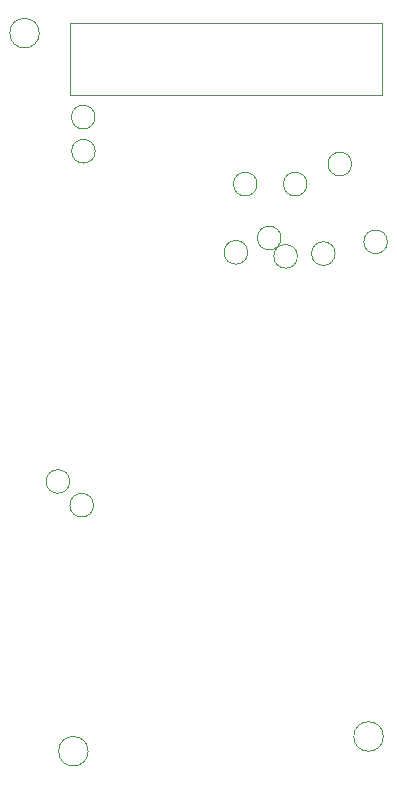
<source format=gbr>
G04 #@! TF.GenerationSoftware,KiCad,Pcbnew,(5.1.10)-1*
G04 #@! TF.CreationDate,2021-11-22T18:42:53+05:30*
G04 #@! TF.ProjectId,P-1000072_Cicada Wi-Fi,502d3130-3030-4303-9732-5f4369636164,0.1*
G04 #@! TF.SameCoordinates,PX7cee6c0PY3dfd240*
G04 #@! TF.FileFunction,Other,User*
%FSLAX46Y46*%
G04 Gerber Fmt 4.6, Leading zero omitted, Abs format (unit mm)*
G04 Created by KiCad (PCBNEW (5.1.10)-1) date 2021-11-22 18:42:53*
%MOMM*%
%LPD*%
G01*
G04 APERTURE LIST*
%ADD10C,0.050000*%
G04 APERTURE END LIST*
D10*
X9204200Y-16454120D02*
G75*
G03*
X9204200Y-16454120I-1000000J0D01*
G01*
X-13204600Y3044600D02*
X-13204600Y-3055400D01*
X-13204600Y-3055400D02*
X13195400Y-3055400D01*
X13195400Y-3055400D02*
X13195400Y3044600D01*
X13195400Y3044600D02*
X-13204600Y3044600D01*
X6008880Y-16687800D02*
G75*
G03*
X6008880Y-16687800I-1000000J0D01*
G01*
X4622040Y-15138400D02*
G75*
G03*
X4622040Y-15138400I-1000000J0D01*
G01*
X-11255500Y-37754560D02*
G75*
G03*
X-11255500Y-37754560I-1000000J0D01*
G01*
X1797560Y-16347440D02*
G75*
G03*
X1797560Y-16347440I-1000000J0D01*
G01*
X-13269720Y-35745420D02*
G75*
G03*
X-13269720Y-35745420I-1000000J0D01*
G01*
X6820000Y-10570000D02*
G75*
G03*
X6820000Y-10570000I-1000000J0D01*
G01*
X2590000Y-10570000D02*
G75*
G03*
X2590000Y-10570000I-1000000J0D01*
G01*
X-11130000Y-4900000D02*
G75*
G03*
X-11130000Y-4900000I-1000000J0D01*
G01*
X-11110000Y-7790000D02*
G75*
G03*
X-11110000Y-7790000I-1000000J0D01*
G01*
X13630000Y-15460000D02*
G75*
G03*
X13630000Y-15460000I-1000000J0D01*
G01*
X10600000Y-8870000D02*
G75*
G03*
X10600000Y-8870000I-1000000J0D01*
G01*
X13281980Y-57343040D02*
G75*
G03*
X13281980Y-57343040I-1250000J0D01*
G01*
X-11714160Y-58587640D02*
G75*
G03*
X-11714160Y-58587640I-1250000J0D01*
G01*
X-15846740Y2212340D02*
G75*
G03*
X-15846740Y2212340I-1250000J0D01*
G01*
M02*

</source>
